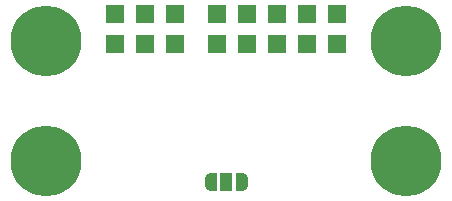
<source format=gbr>
%TF.GenerationSoftware,KiCad,Pcbnew,6.0.10+dfsg-1~bpo11+1*%
%TF.CreationDate,2023-02-12T23:39:23+00:00*%
%TF.ProjectId,ALTIMET02A,414c5449-4d45-4543-9032-412e6b696361,rev?*%
%TF.SameCoordinates,Original*%
%TF.FileFunction,Soldermask,Top*%
%TF.FilePolarity,Negative*%
%FSLAX46Y46*%
G04 Gerber Fmt 4.6, Leading zero omitted, Abs format (unit mm)*
G04 Created by KiCad (PCBNEW 6.0.10+dfsg-1~bpo11+1) date 2023-02-12 23:39:23*
%MOMM*%
%LPD*%
G01*
G04 APERTURE LIST*
G04 Aperture macros list*
%AMFreePoly0*
4,1,22,0.550000,-0.750000,0.000000,-0.750000,0.000000,-0.745033,-0.079941,-0.743568,-0.215256,-0.701293,-0.333266,-0.622738,-0.424486,-0.514219,-0.481581,-0.384460,-0.499164,-0.250000,-0.500000,-0.250000,-0.500000,0.250000,-0.499164,0.250000,-0.499963,0.256109,-0.478152,0.396186,-0.417904,0.524511,-0.324060,0.630769,-0.204165,0.706417,-0.067858,0.745374,0.000000,0.744959,0.000000,0.750000,
0.550000,0.750000,0.550000,-0.750000,0.550000,-0.750000,$1*%
%AMFreePoly1*
4,1,20,0.000000,0.744959,0.073905,0.744508,0.209726,0.703889,0.328688,0.626782,0.421226,0.519385,0.479903,0.390333,0.500000,0.250000,0.500000,-0.250000,0.499851,-0.262216,0.476331,-0.402017,0.414519,-0.529596,0.319384,-0.634700,0.198574,-0.708877,0.061801,-0.746166,0.000000,-0.745033,0.000000,-0.750000,-0.550000,-0.750000,-0.550000,0.750000,0.000000,0.750000,0.000000,0.744959,
0.000000,0.744959,$1*%
G04 Aperture macros list end*
%ADD10R,1.524000X1.524000*%
%ADD11C,6.000000*%
%ADD12FreePoly0,0.000000*%
%ADD13R,1.000000X1.500000*%
%ADD14FreePoly1,0.000000*%
G04 APERTURE END LIST*
D10*
%TO.C,J3*%
X141478000Y-99314000D03*
X141478000Y-101854000D03*
X138938000Y-99314000D03*
X138938000Y-101854000D03*
X136398000Y-99314000D03*
X136398000Y-101854000D03*
X133858000Y-99314000D03*
X133858000Y-101854000D03*
X131318000Y-99314000D03*
X131318000Y-101854000D03*
%TD*%
%TO.C,J2*%
X122682000Y-101854000D03*
X122682000Y-99314000D03*
X125222000Y-101854000D03*
X125222000Y-99314000D03*
X127762000Y-101854000D03*
X127762000Y-99314000D03*
%TD*%
D11*
%TO.C,H1*%
X147320000Y-111760000D03*
%TD*%
%TO.C,H4*%
X116840000Y-101600000D03*
%TD*%
D12*
%TO.C,JP3*%
X130780000Y-113538000D03*
D13*
X132080000Y-113538000D03*
D14*
X133380000Y-113538000D03*
%TD*%
D11*
%TO.C,H3*%
X147320000Y-101600000D03*
%TD*%
%TO.C,H2*%
X116840000Y-111760000D03*
%TD*%
M02*

</source>
